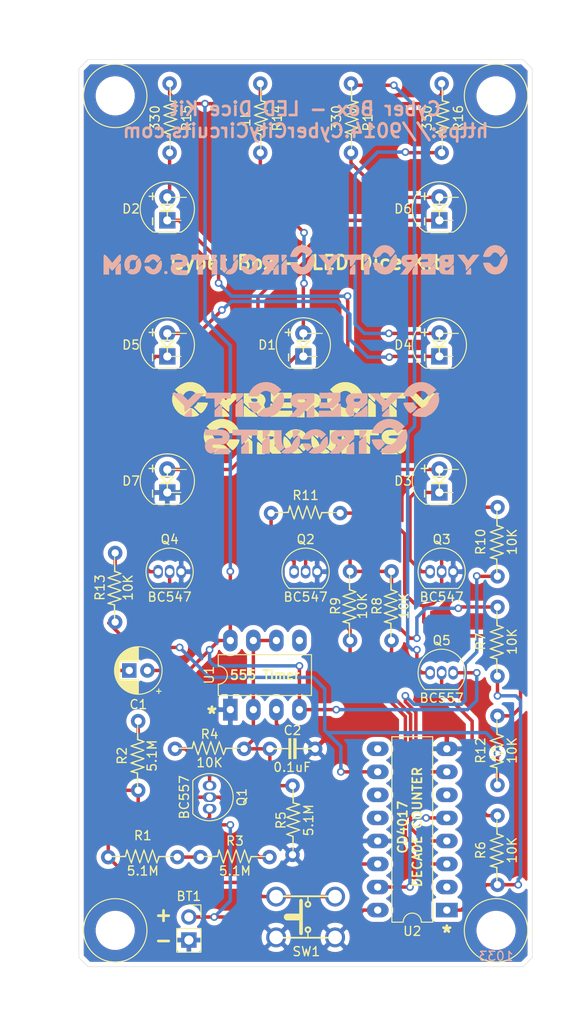
<source format=kicad_pcb>
(kicad_pcb (version 20171130) (host pcbnew "(5.1.2)-2")
  (layers (0 F.Cu signal) (31 B.Cu signal) (34 B.Paste user) (35 F.Paste user) (36 B.SilkS user) (37 F.SilkS user) (38 B.Mask user) (39 F.Mask user) (44 Edge.Cuts user))
  (net 0 "")
  (net 1 VCC)
  (net 2 "Net-(C1-Pad2)")
  (net 3 GND)
  (net 4 "Net-(C2-Pad1)")
  (net 5 "Net-(D1-Pad1)")
  (net 6 "Net-(D1-Pad2)")
  (net 7 "Net-(D2-Pad1)")
  (net 8 "Net-(D2-Pad2)")
  (net 9 "Net-(D3-Pad1)")
  (net 10 "Net-(D4-Pad1)")
  (net 11 "Net-(D4-Pad2)")
  (net 12 "Net-(Q1-Pad1)")
  (net 13 "Net-(Q1-Pad2)")
  (net 14 "Net-(Q2-Pad2)")
  (net 15 "Net-(Q3-Pad2)")
  (net 16 "Net-(Q4-Pad2)")
  (net 17 "Net-(Q5-Pad1)")
  (net 18 "Net-(Q5-Pad2)")
  (net 19 Dice-1)
  (net 20 Dice-3)
  (net 21 Dice-5)
  (net 22 Dice-4)
  (net 23 Dice-6)
  (net 24 "Net-(U1-Pad5)")
  (net 25 "Net-(U1-Pad3)")
  (net 26 "Net-(U2-Pad9)")
  (net 27 Dice-2)
  (net 28 "Net-(U2-Pad11)")
  (net 29 "Net-(U2-Pad12)")
  (net 30 4017-Reset)
  (net 31 "Net-(U2-Pad6)")
  (net 32 "Net-(D5-Pad1)")
  (net 33 "Net-(D6-Pad1)")
  (net 34 "Net-(D6-Pad2)")
  (net 35 "Net-(R1-Pad2)")
  (module "CCC_Drawings:Logo - Cyber City Circuits - Two Line 30mm" (layer F.Cu) (at 100 89.5)
    (fp_text reference G*** hide)
    (fp_text value LOGO hide)
  )
  (module "CCC_Drawings:Text - Website - Cyber City Circuits - 45mm" (layer B.Cu) (at 100 72.136 180)
    (fp_text reference G*** hide)
    (fp_text value LOGO hide)
  )
  (module "CCC_Drawings:Logo - Cyber City Circuits - Two Line 30mm" (layer B.Cu) (at 100 89.5 180)
    (fp_text reference G*** hide)
    (fp_text value LOGO hide)
  )
  (module "CCC-Schematic-Footprints:3mm Mount Hole" (layer F.Cu) (at 121 146)
    (fp_text reference " " hide)
    (fp_text value 3mm_Hole)
    (pad "" np_thru_hole circle (at 0 0) (size 3.3 3.3) (drill 3.3) (layers *.Cu *.Mask))
  )
  (module "CCC-Schematic-Footprints:3mm Mount Hole" (layer F.Cu) (at 79 146)
    (fp_text reference " " hide)
    (fp_text value 3mm_Hole)
    (pad "" np_thru_hole circle (at 0 0) (size 3.3 3.3) (drill 3.3) (layers *.Cu *.Mask))
  )
  (module "CCC-Schematic-Footprints:3mm Mount Hole" (layer F.Cu) (at 121 54)
    (fp_text reference " " hide)
    (fp_text value 3mm_Hole)
    (pad "" np_thru_hole circle (at 0 0) (size 3.3 3.3) (drill 3.3) (layers *.Cu *.Mask))
  )
  (module "CCC-Schematic-Footprints:3mm Mount Hole" (layer F.Cu) (at 79 54)
    (fp_text reference " " hide)
    (fp_text value 3mm_Hole)
    (pad "" np_thru_hole circle (at 0 0) (size 3.3 3.3) (drill 3.3) (layers *.Cu *.Mask))
  )
  (module CCC-Schematic-Footprints:Schematic_-_TO92 (layer F.Cu) (at 89.408 131.318 270)
    (fp_text reference Q1 (at 0 -3.56 90) (layer F.SilkS))
    (fp_text value BC557 (at 0 2.79 90) (layer F.SilkS))
    (pad 1 thru_hole oval (at -1.27 0 270) (size 1.05 1.5) (drill 0.75) (layers *.Cu *.Mask) (net 12 "Net-(Q1-Pad1)"))
    (pad 3 thru_hole oval (at 1.27 0 270) (size 1.05 1.5) (drill 0.75) (layers *.Cu *.Mask) (net 1 VCC))
    (pad 2 thru_hole oval (at 0 0 270) (size 1.05 1.5) (drill 0.75) (layers *.Cu *.Mask) (net 13 "Net-(Q1-Pad2)"))
  )
  (module CCC-Schematic-Footprints:Schematic_-_TO92 (layer F.Cu) (at 100 106.458)
    (fp_text reference Q2 (at 0 -3.56) (layer F.SilkS))
    (fp_text value BC547 (at 0 2.79) (layer F.SilkS))
    (pad 1 thru_hole oval (at -1.27 0) (size 1.05 1.5) (drill 0.75) (layers *.Cu *.Mask) (net 5 "Net-(D1-Pad1)"))
    (pad 3 thru_hole oval (at 1.27 0) (size 1.05 1.5) (drill 0.75) (layers *.Cu *.Mask) (net 3 GND))
    (pad 2 thru_hole oval (at 0 0) (size 1.05 1.5) (drill 0.75) (layers *.Cu *.Mask) (net 14 "Net-(Q2-Pad2)"))
  )
  (module CCC-Schematic-Footprints:Schematic_-_TO92 (layer F.Cu) (at 115 106.458)
    (fp_text reference Q3 (at 0 -3.56) (layer F.SilkS))
    (fp_text value BC547 (at 0 2.79) (layer F.SilkS))
    (pad 1 thru_hole oval (at -1.27 0) (size 1.05 1.5) (drill 0.75) (layers *.Cu *.Mask) (net 9 "Net-(D3-Pad1)"))
    (pad 3 thru_hole oval (at 1.27 0) (size 1.05 1.5) (drill 0.75) (layers *.Cu *.Mask) (net 3 GND))
    (pad 2 thru_hole oval (at 0 0) (size 1.05 1.5) (drill 0.75) (layers *.Cu *.Mask) (net 15 "Net-(Q3-Pad2)"))
  )
  (module CCC-Schematic-Footprints:Schematic_-_TO92 (layer F.Cu) (at 85 106.458)
    (fp_text reference Q4 (at 0 -3.56) (layer F.SilkS))
    (fp_text value BC547 (at 0 2.79) (layer F.SilkS))
    (pad 1 thru_hole oval (at -1.27 0) (size 1.05 1.5) (drill 0.75) (layers *.Cu *.Mask) (net 32 "Net-(D5-Pad1)"))
    (pad 3 thru_hole oval (at 1.27 0) (size 1.05 1.5) (drill 0.75) (layers *.Cu *.Mask) (net 3 GND))
    (pad 2 thru_hole oval (at 0 0) (size 1.05 1.5) (drill 0.75) (layers *.Cu *.Mask) (net 16 "Net-(Q4-Pad2)"))
  )
  (module CCC-Schematic-Footprints:Schematic_-_TO92 (layer F.Cu) (at 115 117.602)
    (fp_text reference Q5 (at 0 -3.56) (layer F.SilkS))
    (fp_text value BC557 (at 0 2.79) (layer F.SilkS))
    (pad 1 thru_hole oval (at -1.27 0) (size 1.05 1.5) (drill 0.75) (layers *.Cu *.Mask) (net 17 "Net-(Q5-Pad1)"))
    (pad 3 thru_hole oval (at 1.27 0) (size 1.05 1.5) (drill 0.75) (layers *.Cu *.Mask) (net 1 VCC))
    (pad 2 thru_hole oval (at 0 0) (size 1.05 1.5) (drill 0.75) (layers *.Cu *.Mask) (net 18 "Net-(Q5-Pad2)"))
  )
  (module "CCC-Schematic-Footprints:Schematic - Capacitor 5.0mm" (layer F.Cu) (at 98.552 125.984)
    (fp_text reference C2 (at 0 -2.032 unlocked) (layer F.SilkS))
    (fp_text value 0.1uF (at -0.04 2.032) (layer F.SilkS))
    (pad 2 thru_hole circle (at 2.5 0 90) (size 1.6 1.6) (drill 0.8) (layers *.Cu *.Mask) (net 3 GND))
    (pad 1 thru_hole circle (at -2.5 0) (size 1.6 1.6) (drill 0.8) (layers *.Cu *.Mask) (net 4 "Net-(C2-Pad1)"))
  )
  (module "CCC-Schematic-Footprints:Schematic - Resistor 7.62mm" (layer F.Cu) (at 92.202 137.922)
    (fp_text reference R3 (at 0 -1.778) (layer F.SilkS))
    (fp_text value 5.1M (at 0 1.524) (layer F.SilkS))
    (pad 2 thru_hole circle (at 3.81 0) (size 1.6 1.6) (drill 0.8) (layers *.Cu *.Mask) (net 13 "Net-(Q1-Pad2)"))
    (pad 1 thru_hole circle (at -3.81 0) (size 1.6 1.6) (drill 0.8) (layers *.Cu *.Mask) (net 35 "Net-(R1-Pad2)"))
  )
  (module "CCC-Schematic-Footprints:Schematic - Resistor 7.62mm" (layer F.Cu) (at 81.534 126.746 90)
    (fp_text reference R2 (at 0 -1.778 90) (layer F.SilkS))
    (fp_text value 5.1M (at 0 1.524 90) (layer F.SilkS))
    (pad 1 thru_hole circle (at -3.81 0 90) (size 1.6 1.6) (drill 0.8) (layers *.Cu *.Mask) (net 1 VCC))
    (pad 2 thru_hole circle (at 3.81 0 90) (size 1.6 1.6) (drill 0.8) (layers *.Cu *.Mask) (net 13 "Net-(Q1-Pad2)"))
  )
  (module "CCC-Schematic-Footprints:Schematic - Resistor 7.62mm" (layer F.Cu) (at 89.408 125.984)
    (fp_text reference R4 (at 0 -1.608) (layer F.SilkS))
    (fp_text value 10K (at 0 1.524) (layer F.SilkS))
    (pad 1 thru_hole circle (at -3.81 0) (size 1.6 1.6) (drill 0.8) (layers *.Cu *.Mask) (net 12 "Net-(Q1-Pad1)"))
    (pad 2 thru_hole circle (at 3.81 0) (size 1.6 1.6) (drill 0.8) (layers *.Cu *.Mask) (net 4 "Net-(C2-Pad1)"))
  )
  (module "CCC-Schematic-Footprints:Schematic - Resistor 7.62mm" (layer F.Cu) (at 98.552 133.858 270)
    (fp_text reference R5 (at 0 1.27 90) (layer F.SilkS))
    (fp_text value 5.1M (at 0 -1.778 90) (layer F.SilkS))
    (pad 1 thru_hole circle (at -3.81 0 270) (size 1.6 1.6) (drill 0.8) (layers *.Cu *.Mask) (net 4 "Net-(C2-Pad1)"))
    (pad 2 thru_hole circle (at 3.81 0 270) (size 1.6 1.6) (drill 0.8) (layers *.Cu *.Mask) (net 3 GND))
  )
  (module "CCC-Schematic-Footprints:Schematic - Resistor 7.62mm" (layer F.Cu) (at 121.158 137.16 90)
    (fp_text reference R6 (at 0 -1.862 90) (layer F.SilkS))
    (fp_text value 10K (at 0 1.608 90) (layer F.SilkS))
    (pad 1 thru_hole circle (at -3.81 0 90) (size 1.6 1.6) (drill 0.8) (layers *.Cu *.Mask) (net 19 Dice-1))
    (pad 2 thru_hole circle (at 3.81 0 90) (size 1.6 1.6) (drill 0.8) (layers *.Cu *.Mask) (net 18 "Net-(Q5-Pad2)"))
  )
  (module "CCC-Schematic-Footprints:Schematic - Resistor 7.62mm" (layer F.Cu) (at 121.158 114.16 90)
    (fp_text reference R7 (at 0 -1.862 90) (layer F.SilkS))
    (fp_text value 10K (at 0 1.608 90) (layer F.SilkS))
    (pad 2 thru_hole circle (at 3.81 0 90) (size 1.6 1.6) (drill 0.8) (layers *.Cu *.Mask) (net 14 "Net-(Q2-Pad2)"))
    (pad 1 thru_hole circle (at -3.81 0 90) (size 1.6 1.6) (drill 0.8) (layers *.Cu *.Mask) (net 19 Dice-1))
  )
  (module "CCC-Schematic-Footprints:Schematic - Resistor 7.62mm" (layer F.Cu) (at 109.474 110.236 90)
    (fp_text reference R8 (at 0 -1.608 90) (layer F.SilkS))
    (fp_text value 10K (at 0 1.354 90) (layer F.SilkS))
    (pad 1 thru_hole circle (at -3.81 0 90) (size 1.6 1.6) (drill 0.8) (layers *.Cu *.Mask) (net 20 Dice-3))
    (pad 2 thru_hole circle (at 3.81 0 90) (size 1.6 1.6) (drill 0.8) (layers *.Cu *.Mask) (net 14 "Net-(Q2-Pad2)"))
  )
  (module "CCC-Schematic-Footprints:Schematic - Resistor 7.62mm" (layer F.Cu) (at 104.9 110.236 90)
    (fp_text reference R9 (at 0 -1.608 90) (layer F.SilkS))
    (fp_text value 10K (at 0 1.354 90) (layer F.SilkS))
    (pad 2 thru_hole circle (at 3.81 0 90) (size 1.6 1.6) (drill 0.8) (layers *.Cu *.Mask) (net 14 "Net-(Q2-Pad2)"))
    (pad 1 thru_hole circle (at -3.81 0 90) (size 1.6 1.6) (drill 0.8) (layers *.Cu *.Mask) (net 21 Dice-5))
  )
  (module "CCC-Schematic-Footprints:Schematic - Resistor 7.62mm" (layer F.Cu) (at 121.158 103.16 90)
    (fp_text reference R10 (at 0 -1.862 90) (layer F.SilkS))
    (fp_text value 10K (at 0 1.608 90) (layer F.SilkS))
    (pad 1 thru_hole circle (at -3.81 0 90) (size 1.6 1.6) (drill 0.8) (layers *.Cu *.Mask) (net 22 Dice-4))
    (pad 2 thru_hole circle (at 3.81 0 90) (size 1.6 1.6) (drill 0.8) (layers *.Cu *.Mask) (net 15 "Net-(Q3-Pad2)"))
  )
  (module "CCC-Schematic-Footprints:Schematic - Resistor 7.62mm" (layer F.Cu) (at 100 100)
    (fp_text reference R11 (at 0 -1.956) (layer F.SilkS))
    (fp_text value 10K)
    (pad 2 thru_hole circle (at 3.81 0) (size 1.6 1.6) (drill 0.8) (layers *.Cu *.Mask) (net 15 "Net-(Q3-Pad2)"))
    (pad 1 thru_hole circle (at -3.81 0) (size 1.6 1.6) (drill 0.8) (layers *.Cu *.Mask) (net 21 Dice-5))
  )
  (module "CCC-Schematic-Footprints:Schematic - Resistor 7.62mm" (layer F.Cu) (at 121.158 126.16 90)
    (fp_text reference R12 (at 0 -1.862 90) (layer F.SilkS))
    (fp_text value 10K (at 0 1.608 90) (layer F.SilkS))
    (pad 1 thru_hole circle (at -3.81 0 90) (size 1.6 1.6) (drill 0.8) (layers *.Cu *.Mask) (net 23 Dice-6))
    (pad 2 thru_hole circle (at 3.81 0 90) (size 1.6 1.6) (drill 0.8) (layers *.Cu *.Mask) (net 15 "Net-(Q3-Pad2)"))
  )
  (module "CCC-Schematic-Footprints:Schematic - Resistor 7.62mm" (layer F.Cu) (at 78.994 108.204 90)
    (fp_text reference R13 (at 0 -1.6764 90) (layer F.SilkS))
    (fp_text value 10K (at 0 1.4224 90) (layer F.SilkS))
    (pad 2 thru_hole circle (at 3.81 0 90) (size 1.6 1.6) (drill 0.8) (layers *.Cu *.Mask) (net 16 "Net-(Q4-Pad2)"))
    (pad 1 thru_hole circle (at -3.81 0 90) (size 1.6 1.6) (drill 0.8) (layers *.Cu *.Mask) (net 23 Dice-6))
  )
  (module "CCC-Schematic-Footprints:Schematic - Resistor 7.62mm" (layer F.Cu) (at 95 56.458 270)
    (fp_text reference R14 (at 0 -1.862 90) (layer F.SilkS))
    (fp_text value 1K (at 0 1.608 90) (layer F.SilkS))
    (pad 2 thru_hole circle (at 3.81 0 270) (size 1.6 1.6) (drill 0.8) (layers *.Cu *.Mask) (net 6 "Net-(D1-Pad2)"))
    (pad 1 thru_hole circle (at -3.81 0 270) (size 1.6 1.6) (drill 0.8) (layers *.Cu *.Mask) (net 1 VCC))
  )
  (module "CCC-Schematic-Footprints:Schematic - Resistor 7.62mm" (layer F.Cu) (at 85 56.458 270)
    (fp_text reference R15 (at 0 -1.862 90) (layer F.SilkS))
    (fp_text value 330 (at 0 1.608 90) (layer F.SilkS))
    (pad 2 thru_hole circle (at 3.81 0 270) (size 1.6 1.6) (drill 0.8) (layers *.Cu *.Mask) (net 8 "Net-(D2-Pad2)"))
    (pad 1 thru_hole circle (at -3.81 0 270) (size 1.6 1.6) (drill 0.8) (layers *.Cu *.Mask) (net 1 VCC))
  )
  (module "CCC-Schematic-Footprints:Schematic - Resistor 7.62mm" (layer F.Cu) (at 115 56.458 270)
    (fp_text reference R16 (at 0 -1.84 90) (layer F.SilkS))
    (fp_text value 330 (at 0 1.608 90) (layer F.SilkS))
    (pad 1 thru_hole circle (at -3.81 0 270) (size 1.6 1.6) (drill 0.8) (layers *.Cu *.Mask) (net 1 VCC))
    (pad 2 thru_hole circle (at 3.81 0 270) (size 1.6 1.6) (drill 0.8) (layers *.Cu *.Mask) (net 11 "Net-(D4-Pad2)"))
  )
  (module "CCC-Schematic-Footprints:Schematic - Resistor 7.62mm" (layer F.Cu) (at 105 56.458 270)
    (fp_text reference R17 (at 0 -1.862 90) (layer F.SilkS))
    (fp_text value 330 (at 0 1.608 90) (layer F.SilkS))
    (pad 2 thru_hole circle (at 3.81 0 270) (size 1.6 1.6) (drill 0.8) (layers *.Cu *.Mask) (net 34 "Net-(D6-Pad2)"))
    (pad 1 thru_hole circle (at -3.81 0 270) (size 1.6 1.6) (drill 0.8) (layers *.Cu *.Mask) (net 17 "Net-(Q5-Pad1)"))
  )
  (module "CCC-Schematic-Footprints:Schematic - Push Button 6.5x4.5" (layer F.Cu) (at 100 144.526)
    (fp_text reference SW1 (at 0.076 3.81 unlocked) (layer F.SilkS))
    (fp_text value SW_Push)
    (pad 1 thru_hole circle (at -3.25 -2.25) (size 2.2 2.2) (drill 1.5) (layers *.Cu *.Mask) (net 2 "Net-(C1-Pad2)"))
    (pad 1 thru_hole circle (at 3.25 -2.25) (size 2.2 2.2) (drill 1.5) (layers *.Cu *.Mask) (net 2 "Net-(C1-Pad2)"))
    (pad 2 thru_hole circle (at -3.25 2.25) (size 2.2 2.2) (drill 1.5) (layers *.Cu *.Mask) (net 3 GND))
    (pad 2 thru_hole circle (at 3.25 2.25) (size 2.2 2.2) (drill 1.5) (layers *.Cu *.Mask) (net 3 GND))
  )
  (module Package_DIP:DIP-8_W7.62mm_LongPads (layer F.Cu) (at 91.694 121.666 90)
    (fp_text reference U1 (at 3.81 -2.33 90) (layer F.SilkS))
    (fp_text value LM555)
    (pad 1 thru_hole rect (at 0 0 90) (size 2.4 1.6) (drill 0.8) (layers *.Cu *.Mask) (net 3 GND))
    (pad 5 thru_hole oval (at 7.62 7.62 90) (size 2.4 1.6) (drill 0.8) (layers *.Cu *.Mask) (net 24 "Net-(U1-Pad5)"))
    (pad 2 thru_hole oval (at 0 2.54 90) (size 2.4 1.6) (drill 0.8) (layers *.Cu *.Mask) (net 4 "Net-(C2-Pad1)"))
    (pad 6 thru_hole oval (at 7.62 5.08 90) (size 2.4 1.6) (drill 0.8) (layers *.Cu *.Mask) (net 4 "Net-(C2-Pad1)"))
    (pad 3 thru_hole oval (at 0 5.08 90) (size 2.4 1.6) (drill 0.8) (layers *.Cu *.Mask) (net 25 "Net-(U1-Pad3)"))
    (pad 7 thru_hole oval (at 7.62 2.54 90) (size 2.4 1.6) (drill 0.8) (layers *.Cu *.Mask) (net 4 "Net-(C2-Pad1)"))
    (pad 4 thru_hole oval (at 0 7.62 90) (size 2.4 1.6) (drill 0.8) (layers *.Cu *.Mask) (net 1 VCC))
    (pad 8 thru_hole oval (at 7.62 0 90) (size 2.4 1.6) (drill 0.8) (layers *.Cu *.Mask) (net 1 VCC))
  )
  (module Package_DIP:DIP-16_W7.62mm_LongPads (layer F.Cu) (at 115.57 143.764 180)
    (fp_text reference U2 (at 3.81 -2.33) (layer F.SilkS))
    (fp_text value 4017)
    (pad 1 thru_hole rect (at 0 0 180) (size 2.4 1.6) (drill 0.8) (layers *.Cu *.Mask) (net 19 Dice-1))
    (pad 9 thru_hole oval (at 7.62 17.78 180) (size 2.4 1.6) (drill 0.8) (layers *.Cu *.Mask) (net 26 "Net-(U2-Pad9)"))
    (pad 2 thru_hole oval (at 0 2.54 180) (size 2.4 1.6) (drill 0.8) (layers *.Cu *.Mask) (net 27 Dice-2))
    (pad 10 thru_hole oval (at 7.62 15.24 180) (size 2.4 1.6) (drill 0.8) (layers *.Cu *.Mask) (net 23 Dice-6))
    (pad 3 thru_hole oval (at 0 5.08 180) (size 2.4 1.6) (drill 0.8) (layers *.Cu *.Mask) (net 21 Dice-5))
    (pad 11 thru_hole oval (at 7.62 12.7 180) (size 2.4 1.6) (drill 0.8) (layers *.Cu *.Mask) (net 28 "Net-(U2-Pad11)"))
    (pad 4 thru_hole oval (at 0 7.62 180) (size 2.4 1.6) (drill 0.8) (layers *.Cu *.Mask) (net 20 Dice-3))
    (pad 12 thru_hole oval (at 7.62 10.16 180) (size 2.4 1.6) (drill 0.8) (layers *.Cu *.Mask) (net 29 "Net-(U2-Pad12)"))
    (pad 5 thru_hole oval (at 0 10.16 180) (size 2.4 1.6) (drill 0.8) (layers *.Cu *.Mask) (net 30 4017-Reset))
    (pad 13 thru_hole oval (at 7.62 7.62 180) (size 2.4 1.6) (drill 0.8) (layers *.Cu *.Mask) (net 3 GND))
    (pad 6 thru_hole oval (at 0 12.7 180) (size 2.4 1.6) (drill 0.8) (layers *.Cu *.Mask) (net 31 "Net-(U2-Pad6)"))
    (pad 14 thru_hole oval (at 7.62 5.08 180) (size 2.4 1.6) (drill 0.8) (layers *.Cu *.Mask) (net 25 "Net-(U1-Pad3)"))
    (pad 7 thru_hole oval (at 0 15.24 180) (size 2.4 1.6) (drill 0.8) (layers *.Cu *.Mask) (net 22 Dice-4))
    (pad 15 thru_hole oval (at 7.62 2.54 180) (size 2.4 1.6) (drill 0.8) (layers *.Cu *.Mask) (net 30 4017-Reset))
    (pad 8 thru_hole oval (at 0 17.78 180) (size 2.4 1.6) (drill 0.8) (layers *.Cu *.Mask) (net 3 GND))
    (pad 16 thru_hole oval (at 7.62 0 180) (size 2.4 1.6) (drill 0.8) (layers *.Cu *.Mask) (net 1 VCC))
  )
  (module CCC-Schematic-Footprints:CP_Radial_D5.0mm_P2.00mm (layer F.Cu) (at 82.55 117.348 180)
    (fp_text reference C1 (at 1 -3.75) (layer F.SilkS))
    (fp_text value 1uF)
    (pad 1 thru_hole circle (at 0 0 180) (size 1.6 1.6) (drill 0.8) (layers *.Cu *.Mask) (net 1 VCC))
    (pad 2 thru_hole rect (at 2 0 180) (size 1.6 1.6) (drill 0.8) (layers *.Cu *.Mask) (net 2 "Net-(C1-Pad2)"))
  )
  (module "CCC-Schematic-Footprints:Schematic - LED 5mm(2.56P) 003" (layer F.Cu) (at 85 66.458)
    (fp_text reference D2 (at -4.254 0 180) (layer F.SilkS))
    (fp_text value LED)
    (fp_text user "-  +" (at -1.954 0 90) (layer F.SilkS))
    (pad 1 thru_hole rect (at -0.254 1.27 90) (size 1.8 1.8) (drill 0.9) (layers *.Cu *.Mask) (net 7 "Net-(D2-Pad1)"))
    (pad 2 thru_hole circle (at -0.254 -1.27 90) (size 1.8 1.8) (drill 0.9) (layers *.Cu *.Mask) (net 8 "Net-(D2-Pad2)"))
  )
  (module "CCC-Schematic-Footprints:Schematic - LED 5mm(2.56P) 003" (layer F.Cu) (at 115 66.458)
    (fp_text reference D6 (at -4.254 0 180) (layer F.SilkS))
    (fp_text value LED)
    (fp_text user "-  +" (at -1.954 0 90) (layer F.SilkS))
    (pad 1 thru_hole rect (at -0.254 1.27 90) (size 1.8 1.8) (drill 0.9) (layers *.Cu *.Mask) (net 33 "Net-(D6-Pad1)"))
    (pad 2 thru_hole circle (at -0.254 -1.27 90) (size 1.8 1.8) (drill 0.9) (layers *.Cu *.Mask) (net 34 "Net-(D6-Pad2)"))
  )
  (module "CCC-Schematic-Footprints:Schematic - LED 5mm(2.56P) 003" (layer F.Cu) (at 85 81.458)
    (fp_text reference D5 (at -4.254 0 180) (layer F.SilkS))
    (fp_text value LED)
    (fp_text user "-  +" (at -1.954 0 90) (layer F.SilkS))
    (pad 2 thru_hole circle (at -0.254 -1.27 90) (size 1.8 1.8) (drill 0.9) (layers *.Cu *.Mask) (net 10 "Net-(D4-Pad1)"))
    (pad 1 thru_hole rect (at -0.254 1.27 90) (size 1.8 1.8) (drill 0.9) (layers *.Cu *.Mask) (net 32 "Net-(D5-Pad1)"))
  )
  (module "CCC-Schematic-Footprints:Schematic - LED 5mm(2.56P) 003" (layer F.Cu) (at 100 81.458)
    (fp_text reference D1 (at -4.254 0 180) (layer F.SilkS))
    (fp_text value LED)
    (fp_text user "-  +" (at -1.954 0 90) (layer F.SilkS))
    (pad 1 thru_hole rect (at -0.254 1.27 90) (size 1.8 1.8) (drill 0.9) (layers *.Cu *.Mask) (net 5 "Net-(D1-Pad1)"))
    (pad 2 thru_hole circle (at -0.254 -1.27 90) (size 1.8 1.8) (drill 0.9) (layers *.Cu *.Mask) (net 6 "Net-(D1-Pad2)"))
  )
  (module "CCC-Schematic-Footprints:Schematic - LED 5mm(2.56P) 003" (layer F.Cu) (at 115 81.458)
    (fp_text reference D4 (at -4.254 0 180) (layer F.SilkS))
    (fp_text value LED)
    (fp_text user "-  +" (at -1.954 0 90) (layer F.SilkS))
    (pad 1 thru_hole rect (at -0.254 1.27 90) (size 1.8 1.8) (drill 0.9) (layers *.Cu *.Mask) (net 10 "Net-(D4-Pad1)"))
    (pad 2 thru_hole circle (at -0.254 -1.27 90) (size 1.8 1.8) (drill 0.9) (layers *.Cu *.Mask) (net 11 "Net-(D4-Pad2)"))
  )
  (module "CCC-Schematic-Footprints:Schematic - LED 5mm(2.56P) 003" (layer F.Cu) (at 85 96.458)
    (fp_text reference D7 (at -4.254 0 180) (layer F.SilkS))
    (fp_text value LED)
    (fp_text user "-  +" (at -1.954 0 90) (layer F.SilkS))
    (pad 2 thru_hole circle (at -0.254 -1.27 90) (size 1.8 1.8) (drill 0.9) (layers *.Cu *.Mask) (net 33 "Net-(D6-Pad1)"))
    (pad 1 thru_hole rect (at -0.254 1.27 90) (size 1.8 1.8) (drill 0.9) (layers *.Cu *.Mask) (net 3 GND))
  )
  (module "CCC-Schematic-Footprints:Schematic - LED 5mm(2.56P) 003" (layer F.Cu) (at 115 96.458)
    (fp_text reference D3 (at -4.254 0 180) (layer F.SilkS))
    (fp_text value LED)
    (fp_text user "-  +" (at -1.954 0 90) (layer F.SilkS))
    (pad 2 thru_hole circle (at -0.254 -1.27 90) (size 1.8 1.8) (drill 0.9) (layers *.Cu *.Mask) (net 7 "Net-(D2-Pad1)"))
    (pad 1 thru_hole rect (at -0.254 1.27 90) (size 1.8 1.8) (drill 0.9) (layers *.Cu *.Mask) (net 9 "Net-(D3-Pad1)"))
  )
  (module Connector_PinSocket_2.54mm:PinSocket_1x02_P2.54mm_Vertical (layer F.Cu) (at 87.122 144.526)
    (fp_text reference BT1 (at 0 -2.286) (layer F.SilkS))
    (fp_text value Battery)
    (pad 1 thru_hole circle (at 0 0) (size 1.7 1.7) (drill 1) (layers *.Cu *.Mask) (net 1 VCC))
    (pad 2 thru_hole rect (at 0 2.54) (size 1.7 1.7) (drill 1) (layers *.Cu *.Mask) (net 3 GND))
  )
  (module "CCC-Schematic-Footprints:Schematic - Resistor 7.62mm" (layer F.Cu) (at 82.042 137.922)
    (fp_text reference R1 (at 0 -2.37) (layer F.SilkS))
    (fp_text value 5.1M (at 0 1.524) (layer F.SilkS))
    (pad 2 thru_hole circle (at 3.81 0) (size 1.6 1.6) (drill 0.8) (layers *.Cu *.Mask) (net 35 "Net-(R1-Pad2)"))
    (pad 1 thru_hole circle (at -3.81 0) (size 1.6 1.6) (drill 0.8) (layers *.Cu *.Mask) (net 2 "Net-(C1-Pad2)"))
  )
  (gr_text "CD4017\nDECADE COUNTER" (at 111.506 134.62 90) (layer F.SilkS) (effects (font (size 1 1) (thickness 0.2))))
  (gr_text "555 Timer" (at 95.504 117.856) (layer F.SilkS) (effects (font (size 1 1) (thickness 0.2))))
  (gr_text * (at 115.57 146.304) (layer F.SilkS) (effects (font (size 1.5 1.5) (thickness 0.3))))
  (gr_text * (at 89.662 122.174) (layer F.SilkS) (effects (font (size 1.5 1.5) (thickness 0.3))))
  (gr_text "Cyber Box - LED Dice Kit" (at 100 72.39) (layer F.SilkS) (effects (font (size 1.5 1.5) (thickness 0.3))))
  (gr_text "Cyber Box - LED Dice Kit\nhttps://9014.CyberCityCircuits.com" (at 100 56.642) (layer B.SilkS) (effects (font (size 1.5 1.5) (thickness 0.3)) (justify mirror)))
  (gr_text 1033 (at 121 148.844) (layer B.SilkS) (effects (font (size 1 1)) (justify mirror)))
  (gr_line (start 124 150) (end 125 149) (layer Edge.Cuts) (width 0.05))
  (gr_line (start 76 150) (end 75 149) (layer Edge.Cuts) (width 0.05))
  (gr_line (start 76 50) (end 75 51) (layer Edge.Cuts) (width 0.05))
  (gr_line (start 125 51) (end 124 50) (layer Edge.Cuts) (width 0.05))
  (gr_text - (at 84.328 147.066) (layer F.SilkS) (effects (font (size 1.5 1.5) (thickness 0.3))))
  (gr_text + (at 84.328 144.272) (layer F.SilkS) (effects (font (size 1.5 1.5) (thickness 0.3))))
  (gr_line (start 75 51) (end 75 149) (layer Edge.Cuts) (width 0.05))
  (gr_line (start 76 150) (end 124 150) (layer Edge.Cuts) (width 0.05))
  (gr_line (start 125 51) (end 125 149) (layer Edge.Cuts) (width 0.05))
  (gr_line (start 76 50) (end 124 50) (layer Edge.Cuts) (width 0.05))
  (segment (start 79.06701 129.86701) (end 79.756 130.556) (width 0.381) (layer F.Cu) (net 1))
  (segment (start 80.518 120.396) (end 79.06701 121.84699) (width 0.381) (layer F.Cu) (net 1))
  (segment (start 84.074 117.348) (end 84.582 117.856) (width 0.381) (layer F.Cu) (net 1))
  (segment (start 82.55 117.348) (end 84.074 117.348) (width 0.381) (layer F.Cu) (net 1))
  (segment (start 79.06701 121.84699) (end 79.06701 129.86701) (width 0.381) (layer F.Cu) (net 1))
  (segment (start 84.582 117.856) (end 84.582 119.634) (width 0.381) (layer F.Cu) (net 1))
  (segment (start 79.756 130.556) (end 81.534 130.556) (width 0.381) (layer F.Cu) (net 1))
  (segment (start 84.582 119.634) (end 83.82 120.396) (width 0.381) (layer F.Cu) (net 1))
  (segment (start 83.82 120.396) (end 80.518 120.396) (width 0.381) (layer F.Cu) (net 1))
  (segment (start 85 53.77937) (end 85.344 54.12337) (width 0.381) (layer F.Cu) (net 1))
  (segment (start 85 52.648) (end 85 53.77937) (width 0.381) (layer F.Cu) (net 1))
  (segment (start 115 53.77937) (end 113.91537 54.864) (width 0.381) (layer F.Cu) (net 1))
  (segment (start 115 52.648) (end 115 53.77937) (width 0.381) (layer F.Cu) (net 1))
  (segment (start 86.08463 54.864) (end 85 53.77937) (width 0.381) (layer F.Cu) (net 1))
  (via (at 91.694 106.426) (size 0.85) (drill 0.5) (layers F.Cu B.Cu) (net 1))
  (segment (start 91.694 114.046) (end 91.694 106.426) (width 0.381) (layer F.Cu) (net 1))
  (segment (start 91.694 106.426) (end 91.694 81.534) (width 0.381) (layer B.Cu) (net 1))
  (segment (start 91.694 81.534) (end 88.9 78.74) (width 0.381) (layer B.Cu) (net 1))
  (via (at 88.9 54.864) (size 0.85) (drill 0.5) (layers F.Cu B.Cu) (net 1))
  (segment (start 88.9 78.74) (end 88.9 54.864) (width 0.381) (layer B.Cu) (net 1))
  (segment (start 88.9 54.864) (end 86.08463 54.864) (width 0.381) (layer F.Cu) (net 1))
  (via (at 118.872 117.602) (size 0.85) (drill 0.5) (layers F.Cu B.Cu) (net 1))
  (segment (start 116.27 117.602) (end 118.872 117.602) (width 0.381) (layer F.Cu) (net 1))
  (segment (start 118.872 117.602) (end 118.872 120.65) (width 0.381) (layer B.Cu) (net 1))
  (segment (start 118.872 120.65) (end 117.856 121.666) (width 0.381) (layer B.Cu) (net 1))
  (via (at 103.378 121.666) (size 0.85) (drill 0.5) (layers F.Cu B.Cu) (net 1))
  (segment (start 117.856 121.666) (end 103.378 121.666) (width 0.381) (layer B.Cu) (net 1))
  (segment (start 103.378 121.666) (end 99.314 121.666) (width 0.381) (layer F.Cu) (net 1))
  (segment (start 89.50104 54.864) (end 88.9 54.864) (width 0.381) (layer F.Cu) (net 1))
  (segment (start 91.41537 54.864) (end 89.50104 54.864) (width 0.381) (layer F.Cu) (net 1))
  (segment (start 106.369 143.764) (end 105.607 144.526) (width 0.381) (layer F.Cu) (net 1))
  (segment (start 107.95 143.764) (end 106.369 143.764) (width 0.381) (layer F.Cu) (net 1))
  (via (at 89.916 144.526) (size 0.85) (drill 0.5) (layers F.Cu B.Cu) (net 1))
  (segment (start 105.607 144.526) (end 89.916 144.526) (width 0.381) (layer F.Cu) (net 1))
  (via (at 91.694 134.366) (size 0.85) (drill 0.5) (layers F.Cu B.Cu) (net 1))
  (segment (start 81.534 132.334) (end 81.534 130.556) (width 0.381) (layer F.Cu) (net 1))
  (segment (start 89.408 132.588) (end 89.408 133.494) (width 0.381) (layer F.Cu) (net 1))
  (segment (start 89.408 133.494) (end 88.646 134.366) (width 0.381) (layer F.Cu) (net 1))
  (segment (start 88.646 134.366) (end 88.536 134.366) (width 0.381) (layer F.Cu) (net 1))
  (segment (start 91.694 114.046) (end 90.513 114.046) (width 0.381) (layer F.Cu) (net 1))
  (via (at 99.314 116.84) (size 0.85) (drill 0.5) (layers F.Cu B.Cu) (net 1))
  (segment (start 99.314 121.666) (end 99.314 116.84) (width 0.381) (layer F.Cu) (net 1))
  (segment (start 99.314 116.84) (end 89.916 116.84) (width 0.381) (layer B.Cu) (net 1))
  (segment (start 89.916 116.84) (end 89.408 116.332) (width 0.381) (layer B.Cu) (net 1))
  (segment (start 89.408 116.332) (end 89.408 115.062) (width 0.381) (layer B.Cu) (net 1))
  (via (at 89.408 115.062) (size 0.85) (drill 0.5) (layers F.Cu B.Cu) (net 1))
  (segment (start 87.211 117.259) (end 89.408 115.062) (width 0.381) (layer F.Cu) (net 1))
  (segment (start 90.424 114.046) (end 90.513 114.046) (width 0.381) (layer F.Cu) (net 1))
  (segment (start 89.408 115.062) (end 90.424 114.046) (width 0.381) (layer F.Cu) (net 1))
  (segment (start 87.122 117.348) (end 87.211 117.259) (width 0.381) (layer F.Cu) (net 1))
  (segment (start 87.122 144.526) (end 89.916 144.526) (width 0.381) (layer F.Cu) (net 1))
  (segment (start 94.996 53.78337) (end 94.996 54.864) (width 0.381) (layer F.Cu) (net 1))
  (segment (start 95 53.77937) (end 94.996 53.78337) (width 0.381) (layer F.Cu) (net 1))
  (segment (start 95 52.648) (end 95 53.77937) (width 0.381) (layer F.Cu) (net 1))
  (segment (start 113.91537 54.864) (end 94.996 54.864) (width 0.381) (layer F.Cu) (net 1))
  (segment (start 94.996 54.864) (end 88.9 54.864) (width 0.381) (layer F.Cu) (net 1))
  (segment (start 84.582 117.602) (end 84.836 117.348) (width 0.381) (layer F.Cu) (net 1))
  (segment (start 84.074 117.348) (end 84.836 117.348) (width 0.381) (layer F.Cu) (net 1))
  (segment (start 84.582 119.634) (end 84.582 117.602) (width 0.381) (layer F.Cu) (net 1))
  (segment (start 84.836 117.348) (end 87.122 117.348) (width 0.381) (layer F.Cu) (net 1))
  (segment (start 83.566 134.366) (end 81.534 132.334) (width 0.381) (layer F.Cu) (net 1))
  (segment (start 91.694 134.366) (end 88.138 134.366) (width 0.381) (layer F.Cu) (net 1))
  (segment (start 88.536 134.366) (end 88.138 134.366) (width 0.381) (layer F.Cu) (net 1))
  (segment (start 88.138 134.366) (end 83.566 134.366) (width 0.381) (layer F.Cu) (net 1))
  (segment (start 91.694 142.748) (end 89.916 144.526) (width 0.381) (layer B.Cu) (net 1))
  (segment (start 91.694 134.366) (end 91.694 142.748) (width 0.381) (layer B.Cu) (net 1))
  (segment (start 96.75 142.276) (end 103.25 142.276) (width 0.381) (layer F.Cu) (net 2))
  (segment (start 79.369 117.348) (end 80.55 117.348) (width 0.381) (layer F.Cu) (net 2))
  (segment (start 78.232 118.485) (end 79.369 117.348) (width 0.381) (layer F.Cu) (net 2))
  (segment (start 78.232 137.922) (end 78.232 118.485) (width 0.381) (layer F.Cu) (net 2))
  (segment (start 93.634366 140.716) (end 81.026 140.716) (width 0.381) (layer F.Cu) (net 2))
  (segment (start 95.194366 142.276) (end 93.634366 140.716) (width 0.381) (layer F.Cu) (net 2))
  (segment (start 96.75 142.276) (end 95.194366 142.276) (width 0.381) (layer F.Cu) (net 2))
  (segment (start 78.232 137.922) (end 81.026 140.716) (width 0.381) (layer F.Cu) (net 2))
  (segment (start 98.806 137.668) (end 98.552 137.668) (width 0.381) (layer F.Cu) (net 3))
  (segment (start 94.234 114.046) (end 94.234 121.666) (width 0.381) (layer F.Cu) (net 4))
  (segment (start 94.234 114.046) (end 96.774 114.046) (width 0.381) (layer F.Cu) (net 4))
  (segment (start 96.52 130.048) (end 98.552 130.048) (width 0.381) (layer F.Cu) (net 4))
  (segment (start 96.052 125.984) (end 96.052 129.58) (width 0.381) (layer F.Cu) (net 4))
  (segment (start 96.052 129.58) (end 96.52 130.048) (width 0.381) (layer F.Cu) (net 4))
  (segment (start 94.234 124.968) (end 94.234 121.666) (width 0.381) (layer F.Cu) (net 4))
  (segment (start 93.218 125.984) (end 94.234 124.968) (width 0.381) (layer F.Cu) (net 4))
  (segment (start 96.052 125.984) (end 93.218 125.984) (width 0.381) (layer F.Cu) (net 4))
  (segment (start 98.73 105.327) (end 98.044 104.641) (width 0.381) (layer F.Cu) (net 5))
  (segment (start 98.73 106.458) (end 98.73 105.327) (width 0.381) (layer F.Cu) (net 5))
  (segment (start 98.044 83.566) (end 98.882 82.728) (width 0.381) (layer F.Cu) (net 5))
  (segment (start 98.044 104.641) (end 98.044 83.566) (width 0.381) (layer F.Cu) (net 5))
  (segment (start 98.882 82.728) (end 99.746 82.728) (width 0.381) (layer F.Cu) (net 5))
  (via (at 99.822 69.088) (size 0.85) (drill 0.5) (layers F.Cu B.Cu) (net 6))
  (segment (start 99.822 69.088) (end 99.822 74.676) (width 0.381) (layer B.Cu) (net 6))
  (via (at 99.822 74.676) (size 0.85) (drill 0.5) (layers F.Cu B.Cu) (net 6))
  (segment (start 99.746 74.752) (end 99.822 74.676) (width 0.381) (layer F.Cu) (net 6))
  (segment (start 99.746 80.188) (end 99.746 74.752) (width 0.381) (layer F.Cu) (net 6))
  (segment (start 95 64.266) (end 99.822 69.088) (width 0.381) (layer F.Cu) (net 6))
  (segment (start 95 60.268) (end 95 64.266) (width 0.381) (layer F.Cu) (net 6))
  (via (at 104.62 76.078) (size 0.85) (drill 0.5) (layers F.Cu B.Cu) (net 7))
  (segment (start 104.62 76.67904) (end 104.65 76.70904) (width 0.381) (layer F.Cu) (net 7))
  (segment (start 104.62 76.078) (end 104.62 76.67904) (width 0.381) (layer F.Cu) (net 7))
  (segment (start 104.62 76.078) (end 104.61101 76.08699) (width 0.381) (layer B.Cu) (net 7))
  (segment (start 104.61101 76.08699) (end 91.82399 76.08699) (width 0.381) (layer B.Cu) (net 7))
  (segment (start 114.746 95.188) (end 108.142 95.188) (width 0.381) (layer F.Cu) (net 7))
  (segment (start 104.648 91.694) (end 104.648 88.138) (width 0.381) (layer F.Cu) (net 7))
  (segment (start 108.142 95.188) (end 104.648 91.694) (width 0.381) (layer F.Cu) (net 7))
  (segment (start 104.65 76.70904) (end 104.648 88.138) (width 0.381) (layer F.Cu) (net 7))
  (segment (start 104.648 88.138) (end 104.65 88.698) (width 0.381) (layer F.Cu) (net 7))
  (segment (start 91.82399 76.08699) (end 90.4 74.64) (width 0.381) (layer B.Cu) (net 7))
  (segment (start 86.027 67.728) (end 90.4 72.101) (width 0.381) (layer F.Cu) (net 7))
  (via (at 90.4 74.64) (size 0.85) (drill 0.5) (layers F.Cu B.Cu) (net 7))
  (segment (start 84.746 67.728) (end 86.027 67.728) (width 0.381) (layer F.Cu) (net 7))
  (segment (start 90.4 72.101) (end 90.4 74.64) (width 0.381) (layer F.Cu) (net 7))
  (segment (start 85 64.934) (end 84.746 65.188) (width 0.381) (layer F.Cu) (net 8))
  (segment (start 85 60.268) (end 85 64.934) (width 0.381) (layer F.Cu) (net 8))
  (segment (start 112.824 106.458) (end 111.506 105.14) (width 0.381) (layer F.Cu) (net 9))
  (segment (start 113.73 106.458) (end 112.824 106.458) (width 0.381) (layer F.Cu) (net 9))
  (segment (start 111.506 105.14) (end 111.506 98.298) (width 0.381) (layer F.Cu) (net 9))
  (segment (start 112.076 97.728) (end 114.746 97.728) (width 0.381) (layer F.Cu) (net 9))
  (segment (start 111.506 98.298) (end 112.076 97.728) (width 0.381) (layer F.Cu) (net 9))
  (segment (start 104.88 80.848) (end 104.88 78.078) (width 0.381) (layer B.Cu) (net 10))
  (segment (start 104.88 78.078) (end 103.47 76.668) (width 0.381) (layer B.Cu) (net 10))
  (segment (start 103.47 76.668) (end 91.84 76.668) (width 0.381) (layer B.Cu) (net 10))
  (segment (start 84.746 80.188) (end 88.192 80.188) (width 0.381) (layer F.Cu) (net 10))
  (via (at 90.77 77.61) (size 0.85) (drill 0.5) (layers F.Cu B.Cu) (net 10))
  (segment (start 91.84 76.668) (end 90.77 77.61) (width 0.381) (layer B.Cu) (net 10))
  (segment (start 88.192 80.188) (end 90.77 77.61) (width 0.381) (layer F.Cu) (net 10))
  (via (at 109.22 82.804) (size 0.85) (drill 0.5) (layers F.Cu B.Cu) (net 10))
  (segment (start 109.296 82.728) (end 109.22 82.804) (width 0.381) (layer F.Cu) (net 10))
  (segment (start 114.746 82.728) (end 109.296 82.728) (width 0.381) (layer F.Cu) (net 10))
  (segment (start 106.836 82.804) (end 104.88 80.848) (width 0.381) (layer B.Cu) (net 10))
  (segment (start 109.22 82.804) (end 106.836 82.804) (width 0.381) (layer B.Cu) (net 10))
  (via (at 109.178 80.188) (size 0.85) (drill 0.5) (layers F.Cu B.Cu) (net 11))
  (segment (start 114.746 80.188) (end 109.178 80.188) (width 0.381) (layer F.Cu) (net 11))
  (via (at 110.998 60.198) (size 0.85) (drill 0.5) (layers F.Cu B.Cu) (net 11))
  (segment (start 111.068 60.268) (end 110.998 60.198) (width 0.381) (layer F.Cu) (net 11))
  (segment (start 115 60.268) (end 111.068 60.268) (width 0.381) (layer F.Cu) (net 11))
  (segment (start 107.95 60.198) (end 110.998 60.198) (width 0.381) (layer B.Cu) (net 11))
  (segment (start 105.46101 62.68699) (end 107.95 60.198) (width 0.381) (layer B.Cu) (net 11))
  (segment (start 105.46101 79.17901) (end 105.46101 62.68699) (width 0.381) (layer B.Cu) (net 11))
  (segment (start 109.178 80.188) (end 106.47 80.188) (width 0.381) (layer B.Cu) (net 11))
  (segment (start 106.47 80.188) (end 105.46101 79.17901) (width 0.381) (layer B.Cu) (net 11))
  (segment (start 89.408 129.142) (end 89.408 130.048) (width 0.381) (layer F.Cu) (net 12))
  (segment (start 89.408 128.66263) (end 89.408 129.142) (width 0.381) (layer F.Cu) (net 12))
  (segment (start 86.72937 125.984) (end 89.408 128.66263) (width 0.381) (layer F.Cu) (net 12))
  (segment (start 85.598 125.984) (end 86.72937 125.984) (width 0.381) (layer F.Cu) (net 12))
  (segment (start 90.539 131.318) (end 93.472 134.251) (width 0.381) (layer F.Cu) (net 13))
  (segment (start 89.408 131.318) (end 90.539 131.318) (width 0.381) (layer F.Cu) (net 13))
  (segment (start 81.534 122.936) (end 81.534 127) (width 0.381) (layer F.Cu) (net 13))
  (segment (start 85.852 131.318) (end 89.408 131.318) (width 0.381) (layer F.Cu) (net 13))
  (segment (start 81.534 127) (end 85.852 131.318) (width 0.381) (layer F.Cu) (net 13))
  (segment (start 93.472 136.51337) (end 93.472 136.144) (width 0.381) (layer F.Cu) (net 13))
  (segment (start 94.88063 137.922) (end 93.472 136.51337) (width 0.381) (layer F.Cu) (net 13))
  (segment (start 96.012 137.922) (end 94.88063 137.922) (width 0.381) (layer F.Cu) (net 13))
  (segment (start 93.472 134.251) (end 93.472 136.144) (width 0.381) (layer F.Cu) (net 13))
  (segment (start 93.472 136.144) (end 93.472 136.53663) (width 0.381) (layer F.Cu) (net 13))
  (segment (start 100 106.458) (end 100 104.47) (width 0.381) (layer F.Cu) (net 14))
  (segment (start 100 104.47) (end 101.092 103.378) (width 0.381) (layer F.Cu) (net 14))
  (segment (start 101.092 103.378) (end 103.886 103.378) (width 0.381) (layer F.Cu) (net 14))
  (segment (start 104.902 104.394) (end 104.902 106.426) (width 0.381) (layer F.Cu) (net 14))
  (segment (start 103.886 103.378) (end 104.902 104.394) (width 0.381) (layer F.Cu) (net 14))
  (segment (start 121.158 110.35) (end 116.98 110.35) (width 0.381) (layer F.Cu) (net 14))
  (via (at 116.84 110.49) (size 0.85) (drill 0.5) (layers F.Cu B.Cu) (net 14))
  (segment (start 116.98 110.35) (end 116.84 110.49) (width 0.381) (layer F.Cu) (net 14))
  (via (at 112.268 113.792) (size 0.85) (drill 0.5) (layers F.Cu B.Cu) (net 14))
  (segment (start 112.268 111.506) (end 113.284 110.49) (width 0.381) (layer B.Cu) (net 14))
  (segment (start 112.268 113.792) (end 112.268 111.506) (width 0.381) (layer B.Cu) (net 14))
  (segment (start 116.84 110.49) (end 113.284 110.49) (width 0.381) (layer B.Cu) (net 14))
  (segment (start 112.268 113.792) (end 111.506 113.792) (width 0.381) (layer F.Cu) (net 14))
  (segment (start 111.506 113.792) (end 110.236 112.522) (width 0.381) (layer F.Cu) (net 14))
  (segment (start 104.9 106.426) (end 109.474 106.426) (width 0.381) (layer F.Cu) (net 14))
  (segment (start 109.474 109.982) (end 109.474 106.426) (width 0.381) (layer F.Cu) (net 14))
  (segment (start 110.236 110.744) (end 109.474 109.982) (width 0.381) (layer F.Cu) (net 14))
  (segment (start 110.236 112.522) (end 110.236 110.744) (width 0.381) (layer F.Cu) (net 14))
  (segment (start 115 106.458) (end 115 109.028) (width 0.381) (layer F.Cu) (net 15))
  (segment (start 115 109.028) (end 114.046 109.982) (width 0.381) (layer F.Cu) (net 15))
  (segment (start 112.014 109.982) (end 110.92499 108.89299) (width 0.381) (layer F.Cu) (net 15))
  (segment (start 110.92499 108.89299) (end 110.92499 102.28899) (width 0.381) (layer F.Cu) (net 15))
  (segment (start 108.636 100) (end 103.81 100) (width 0.381) (layer F.Cu) (net 15))
  (segment (start 110.92499 102.28899) (end 108.636 100) (width 0.381) (layer F.Cu) (net 15))
  (segment (start 121.158 122.35) (end 122.76 122.35) (width 0.381) (layer F.Cu) (net 15))
  (segment (start 122.76 122.35) (end 123.698 121.412) (width 0.381) (layer F.Cu) (net 15))
  (segment (start 123.698 121.412) (end 123.698 114.554) (width 0.381) (layer F.Cu) (net 15))
  (segment (start 123.698 114.554) (end 122.682 113.538) (width 0.381) (layer F.Cu) (net 15))
  (segment (start 122.682 113.538) (end 114.554 113.538) (width 0.381) (layer F.Cu) (net 15))
  (segment (start 113.03 112.014) (end 113.03 110.236) (width 0.381) (layer F.Cu) (net 15))
  (segment (start 114.046 109.982) (end 113.03 110.236) (width 0.381) (layer F.Cu) (net 15))
  (segment (start 114.554 113.538) (end 113.03 112.014) (width 0.381) (layer F.Cu) (net 15))
  (segment (start 113.03 110.236) (end 112.014 109.982) (width 0.381) (layer F.Cu) (net 15))
  (segment (start 115 106.458) (end 115 102.424) (width 0.381) (layer F.Cu) (net 15))
  (segment (start 118.074 99.35) (end 121.158 99.35) (width 0.381) (layer F.Cu) (net 15))
  (segment (start 115 102.424) (end 118.074 99.35) (width 0.381) (layer F.Cu) (net 15))
  (segment (start 78.994 104.394) (end 78.994 107.95) (width 0.381) (layer F.Cu) (net 16))
  (segment (start 78.994 107.95) (end 81.026 109.982) (width 0.381) (layer F.Cu) (net 16))
  (segment (start 83.82 109.982) (end 85 108.802) (width 0.381) (layer F.Cu) (net 16))
  (segment (start 81.026 109.982) (end 83.82 109.982) (width 0.381) (layer F.Cu) (net 16))
  (segment (start 85 108.802) (end 85 106.458) (width 0.381) (layer F.Cu) (net 16))
  (segment (start 112.824 117.602) (end 112.268 117.046) (width 0.381) (layer F.Cu) (net 17))
  (segment (start 113.73 117.602) (end 112.824 117.602) (width 0.381) (layer F.Cu) (net 17))
  (segment (start 112.268 117.046) (end 112.268 115.062) (width 0.381) (layer F.Cu) (net 17))
  (via (at 112.268 115.062) (size 0.85) (drill 0.5) (layers F.Cu B.Cu) (net 17))
  (segment (start 112.268 115.062) (end 111.76 115.062) (width 0.381) (layer B.Cu) (net 17))
  (segment (start 111.76 115.062) (end 111.252 114.554) (width 0.381) (layer B.Cu) (net 17))
  (segment (start 111.252 114.554) (end 111.252 91.186) (width 0.381) (layer B.Cu) (net 17))
  (segment (start 111.252 91.186) (end 112.014 90.424) (width 0.381) (layer B.Cu) (net 17))
  (segment (start 112.014 90.424) (end 112.014 60.007058) (width 0.381) (layer B.Cu) (net 17))
  (segment (start 104.578 52.648) (end 104.648 52.578) (width 0.381) (layer F.Cu) (net 17))
  (segment (start 104.654942 52.648) (end 104.648 52.578) (width 0.381) (layer B.Cu) (net 17))
  (via (at 109.728 52.832) (size 0.85) (drill 0.5) (layers F.Cu B.Cu) (net 17))
  (segment (start 112.014 60.007058) (end 112.014 55.118) (width 0.381) (layer B.Cu) (net 17))
  (segment (start 112.014 55.118) (end 109.728 52.832) (width 0.381) (layer B.Cu) (net 17))
  (segment (start 105.184 52.832) (end 105 52.648) (width 0.381) (layer F.Cu) (net 17))
  (segment (start 109.728 52.832) (end 105.184 52.832) (width 0.381) (layer F.Cu) (net 17))
  (segment (start 121.158 133.35) (end 120.02663 133.35) (width 0.381) (layer F.Cu) (net 18))
  (segment (start 120.02663 133.35) (end 118.364 131.68737) (width 0.381) (layer F.Cu) (net 18))
  (segment (start 118.364 131.68737) (end 118.364 122.936) (width 0.381) (layer F.Cu) (net 18))
  (segment (start 115 119.572) (end 115 117.602) (width 0.381) (layer F.Cu) (net 18))
  (segment (start 118.364 122.936) (end 115 119.572) (width 0.381) (layer F.Cu) (net 18))
  (via (at 121.158 120.142) (size 0.85) (drill 0.5) (layers F.Cu B.Cu) (net 19))
  (segment (start 121.158 117.97) (end 121.158 120.142) (width 0.381) (layer F.Cu) (net 19))
  (segment (start 123.698 120.65) (end 123.19 120.142) (width 0.381) (layer B.Cu) (net 19))
  (segment (start 123.19 120.142) (end 121.158 120.142) (width 0.381) (layer B.Cu) (net 19))
  (via (at 123.444 140.97) (size 0.85) (drill 0.5) (layers F.Cu B.Cu) (net 19))
  (segment (start 121.158 140.97) (end 123.444 140.97) (width 0.381) (layer F.Cu) (net 19))
  (segment (start 123.698 140.11496) (end 123.698 139.7) (width 0.381) (layer B.Cu) (net 19))
  (segment (start 123.444 140.36896) (end 123.698 140.11496) (width 0.381) (layer B.Cu) (net 19))
  (segment (start 123.444 140.97) (end 123.444 140.36896) (width 0.381) (layer B.Cu) (net 19))
  (segment (start 123.698 139.954) (end 123.698 139.7) (width 0.381) (layer B.Cu) (net 19))
  (segment (start 123.698 139.7) (end 123.698 120.65) (width 0.381) (layer B.Cu) (net 19))
  (segment (start 117.151 143.764) (end 115.57 143.764) (width 0.381) (layer F.Cu) (net 19))
  (segment (start 121.158 140.97) (end 119.945 140.97) (width 0.381) (layer F.Cu) (net 19))
  (segment (start 119.945 140.97) (end 117.151 143.764) (width 0.381) (layer F.Cu) (net 19))
  (segment (start 108.966 119.574328) (end 111.57901 122.187338) (width 0.381) (layer F.Cu) (net 20))
  (segment (start 111.57901 122.187338) (end 111.57901 134.69301) (width 0.381) (layer F.Cu) (net 20))
  (segment (start 113.03 136.144) (end 115.57 136.144) (width 0.381) (layer F.Cu) (net 20))
  (segment (start 111.57901 134.69301) (end 113.03 136.144) (width 0.381) (layer F.Cu) (net 20))
  (segment (start 109.474 115.316) (end 109.474 114.046) (width 0.381) (layer F.Cu) (net 20))
  (segment (start 108.966 115.824) (end 109.474 115.316) (width 0.381) (layer F.Cu) (net 20))
  (segment (start 108.966 115.824) (end 108.966 119.574328) (width 0.381) (layer F.Cu) (net 20))
  (segment (start 113.989 138.684) (end 110.998 135.693) (width 0.381) (layer F.Cu) (net 21))
  (segment (start 115.57 138.684) (end 113.989 138.684) (width 0.381) (layer F.Cu) (net 21))
  (segment (start 110.998 135.693) (end 110.998 122.428) (width 0.381) (layer F.Cu) (net 21))
  (segment (start 104.9 116.33) (end 104.9 114.046) (width 0.381) (layer F.Cu) (net 21))
  (segment (start 110.998 122.428) (end 104.9 116.33) (width 0.381) (layer F.Cu) (net 21))
  (segment (start 104.9 112.91463) (end 102.47537 110.49) (width 0.381) (layer F.Cu) (net 21))
  (segment (start 104.9 114.046) (end 104.9 112.91463) (width 0.381) (layer F.Cu) (net 21))
  (segment (start 102.47537 110.49) (end 97.028 110.49) (width 0.381) (layer F.Cu) (net 21))
  (segment (start 96.19 109.652) (end 96.19 100) (width 0.381) (layer F.Cu) (net 21))
  (segment (start 97.028 110.49) (end 96.19 109.652) (width 0.381) (layer F.Cu) (net 21))
  (via (at 118.872 106.934) (size 0.85) (drill 0.5) (layers F.Cu B.Cu) (net 22))
  (segment (start 121.158 106.97) (end 118.908 106.97) (width 0.381) (layer F.Cu) (net 22))
  (segment (start 118.908 106.97) (end 118.872 106.934) (width 0.381) (layer F.Cu) (net 22))
  (segment (start 118.872 106.934) (end 118.872 115.316) (width 0.381) (layer B.Cu) (net 22))
  (segment (start 118.872 115.316) (end 117.602 116.586) (width 0.381) (layer B.Cu) (net 22))
  (segment (start 117.602 120.65) (end 117.16701 121.08499) (width 0.381) (layer B.Cu) (net 22))
  (segment (start 117.602 116.586) (end 117.602 120.65) (width 0.381) (layer B.Cu) (net 22))
  (via (at 110.998 120.142) (size 0.85) (drill 0.5) (layers F.Cu B.Cu) (net 22))
  (segment (start 117.16701 121.08499) (end 111.94099 121.08499) (width 0.381) (layer B.Cu) (net 22))
  (segment (start 111.94099 121.08499) (end 110.998 120.142) (width 0.381) (layer B.Cu) (net 22))
  (segment (start 110.998 120.142) (end 110.998 120.784656) (width 0.381) (layer F.Cu) (net 22))
  (segment (start 110.998 120.784656) (end 112.16002 121.946676) (width 0.381) (layer F.Cu) (net 22))
  (segment (start 112.16002 121.946676) (end 112.16002 127.65402) (width 0.381) (layer F.Cu) (net 22))
  (segment (start 113.03 128.524) (end 115.57 128.524) (width 0.381) (layer F.Cu) (net 22))
  (segment (start 112.16002 127.65402) (end 113.03 128.524) (width 0.381) (layer F.Cu) (net 22))
  (via (at 121.158 126.492) (size 0.85) (drill 0.5) (layers F.Cu B.Cu) (net 23))
  (segment (start 121.158 129.97) (end 121.158 126.492) (width 0.381) (layer F.Cu) (net 23))
  (segment (start 121.158 125.476) (end 119.888 124.206) (width 0.381) (layer B.Cu) (net 23))
  (segment (start 121.158 126.492) (end 121.158 125.476) (width 0.381) (layer B.Cu) (net 23))
  (segment (start 119.888 124.206) (end 111.506 124.206) (width 0.381) (layer B.Cu) (net 23))
  (segment (start 111.506 124.206) (end 111.252 124.46) (width 0.381) (layer B.Cu) (net 23))
  (via (at 86.106 114.808) (size 0.85) (drill 0.5) (layers F.Cu B.Cu) (net 23))
  (segment (start 86.106 114.808) (end 89.408 118.11) (width 0.381) (layer B.Cu) (net 23))
  (segment (start 89.408 118.11) (end 100.838 118.11) (width 0.381) (layer B.Cu) (net 23))
  (segment (start 100.838 118.11) (end 102.108 119.38) (width 0.381) (layer B.Cu) (net 23))
  (segment (start 102.108 119.38) (end 102.108 123.952) (width 0.381) (layer B.Cu) (net 23))
  (via (at 103.886 128.524) (size 0.85) (drill 0.5) (layers F.Cu B.Cu) (net 23))
  (segment (start 103.886 125.73) (end 103.886 128.524) (width 0.381) (layer B.Cu) (net 23))
  (segment (start 103.886 128.524) (end 107.95 128.524) (width 0.381) (layer F.Cu) (net 23))
  (segment (start 111.506 124.206) (end 102.362 124.206) (width 0.381) (layer B.Cu) (net 23))
  (segment (start 102.108 123.952) (end 102.362 124.206) (width 0.381) (layer B.Cu) (net 23))
  (segment (start 102.362 124.206) (end 103.886 125.73) (width 0.381) (layer B.Cu) (net 23))
  (segment (start 80.9752 114.808) (end 86.106 114.808) (width 0.381) (layer F.Cu) (net 23))
  (segment (start 78.2828 112.1156) (end 80.9752 114.808) (width 0.381) (layer F.Cu) (net 23))
  (segment (start 96.774 123.247) (end 98.552 125.025) (width 0.381) (layer F.Cu) (net 25))
  (segment (start 96.774 121.666) (end 96.774 123.247) (width 0.381) (layer F.Cu) (net 25))
  (segment (start 98.552 125.025) (end 98.552 127.254) (width 0.381) (layer F.Cu) (net 25))
  (segment (start 98.552 127.254) (end 101.092 129.794) (width 0.381) (layer F.Cu) (net 25))
  (segment (start 101.092 129.794) (end 101.092 136.144) (width 0.381) (layer F.Cu) (net 25))
  (segment (start 103.632 138.684) (end 107.95 138.684) (width 0.381) (layer F.Cu) (net 25))
  (segment (start 101.092 136.144) (end 103.632 138.684) (width 0.381) (layer F.Cu) (net 25))
  (via (at 111.506 141.224) (size 0.85) (drill 0.5) (layers F.Cu B.Cu) (net 30))
  (segment (start 107.95 141.224) (end 111.506 141.224) (width 0.381) (layer F.Cu) (net 30))
  (via (at 113.284 133.604) (size 0.85) (drill 0.5) (layers F.Cu B.Cu) (net 30))
  (segment (start 112.268 133.604) (end 113.284 133.604) (width 0.381) (layer B.Cu) (net 30))
  (segment (start 111.506 141.224) (end 111.506 134.366) (width 0.381) (layer B.Cu) (net 30))
  (segment (start 111.506 134.366) (end 112.268 133.604) (width 0.381) (layer B.Cu) (net 30))
  (segment (start 113.284 133.604) (end 115.57 133.604) (width 0.381) (layer F.Cu) (net 30))
  (segment (start 82.824 106.458) (end 81.788 105.422) (width 0.381) (layer F.Cu) (net 32))
  (segment (start 83.73 106.458) (end 82.824 106.458) (width 0.381) (layer F.Cu) (net 32))
  (segment (start 83.465 82.728) (end 84.746 82.728) (width 0.381) (layer F.Cu) (net 32))
  (segment (start 81.788 84.405) (end 83.465 82.728) (width 0.381) (layer F.Cu) (net 32))
  (segment (start 81.788 105.422) (end 81.788 84.405) (width 0.381) (layer F.Cu) (net 32))
  (segment (start 103.214 67.728) (end 98.044 72.898) (width 0.381) (layer F.Cu) (net 33))
  (segment (start 114.746 67.728) (end 103.214 67.728) (width 0.381) (layer F.Cu) (net 33))
  (segment (start 98.298 72.644) (end 98.044 72.898) (width 0.381) (layer F.Cu) (net 33))
  (segment (start 98.044 72.898) (end 94.742 76.2) (width 0.381) (layer F.Cu) (net 33))
  (segment (start 84.746 95.188) (end 91.756 95.188) (width 0.381) (layer F.Cu) (net 33))
  (segment (start 91.756 95.188) (end 94.742 92.202) (width 0.381) (layer F.Cu) (net 33))
  (segment (start 94.742 92.202) (end 94.742 88.392) (width 0.381) (layer F.Cu) (net 33))
  (segment (start 94.742 76.2) (end 94.742 88.392) (width 0.381) (layer F.Cu) (net 33))
  (segment (start 94.742 88.392) (end 94.742 88.646) (width 0.381) (layer F.Cu) (net 33))
  (segment (start 113.473208 65.188) (end 114.746 65.188) (width 0.381) (layer F.Cu) (net 34))
  (segment (start 108.78863 65.188) (end 113.473208 65.188) (width 0.381) (layer F.Cu) (net 34))
  (segment (start 105 61.39937) (end 108.78863 65.188) (width 0.381) (layer F.Cu) (net 34))
  (segment (start 105 60.268) (end 105 61.39937) (width 0.381) (layer F.Cu) (net 34))
  (segment (start 85.852 137.922) (end 88.392 137.922) (width 0.381) (layer F.Cu) (net 35))
  (zone (net 3) (net_name GND) (layer F.Cu) (connect_pads (clearance 0.508)) (min_thickness 0.254) (fill yes (arc_segments 32) (thermal_gap 0.508) (thermal_bridge_width 0.508))
    (polygon (pts (xy 130.81 44.196) (xy 130.556 156.21) (xy 66.294 155.448) (xy 66.548 43.688)))
  )
  (zone (net 3) (net_name GND) (layer B.Cu) (connect_pads (clearance 0.508)) (min_thickness 0.254) (fill yes (arc_segments 32) (thermal_gap 0.508) (thermal_bridge_width 0.508))
    (polygon (pts (xy 130.81 43.942) (xy 130.556 155.956) (xy 66.294 155.194) (xy 66.548 43.434)))
  )
)
</source>
